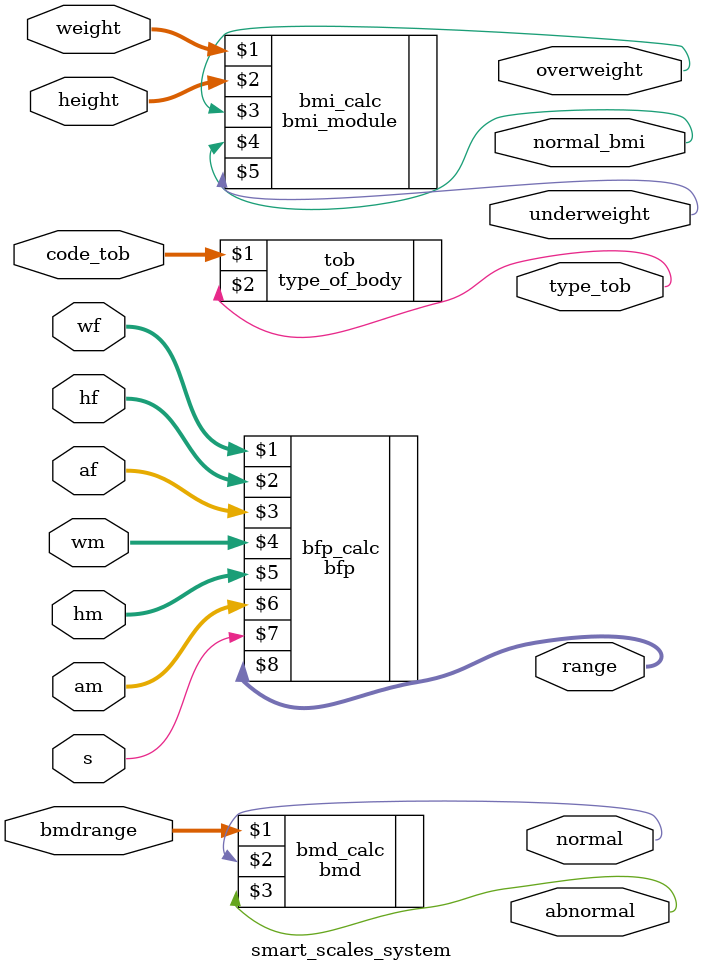
<source format=v>
/*--  *******************************************************
--  Computer Architecture Course, Laboratory Sources 
--  Amirkabir University of Technology (Tehran Polytechnic)
--  Department of Computer Engineering (CE-AUT)
--  https://ce[dot]aut[dot]ac[dot]ir
--  *******************************************************
--  All Rights reserved (C) 2020-2021
--  *******************************************************
--  Student ID  : 
--  Student Name: 
--  Student Mail: 
--  *******************************************************
--  Additional Comments:
--
--*/

/*-----------------------------------------------------------
---  Module Name: smart_scales_system
-----------------------------------------------------------*/
`timescale 1 ns/1 ns

`include "../module_1/bmi_module.v"
`include "../module_2/bfp.v"
`include "../module_2/type_of_body.v"
`include "../module_3/bmd.v"

module smart_scales_system(
weight,
height,
wf,
hf,
af,
wm,
hm,
am,
s,
code_tob,
range,
overweight,
normal_bmi,
underweight,
bmdrange,
normal,
abnormal,
type_tob);
input [7:0] height;
input [8:0] weight;
input [2:0] bmdrange;
input [7:0] wf;
input [7:0] hf;
input [7:0] af;
input [7:0] wm;
input [7:0] hm;
input [7:0] am;
input s;
input [2:0] code_tob;

output [7:0] range;
output overweight;
output normal_bmi;
output underweight;
output normal;
output abnormal;
output type_tob;


bmi_module bmi_calc(weight,height,overweight,normal_bmi,underweight);
bfp bfp_calc (wf,hf,af,wm,hm,am,s,range);
bmd bmd_calc (bmdrange,normal,abnormal);
type_of_body tob(code_tob,type_tob);


endmodule
</source>
